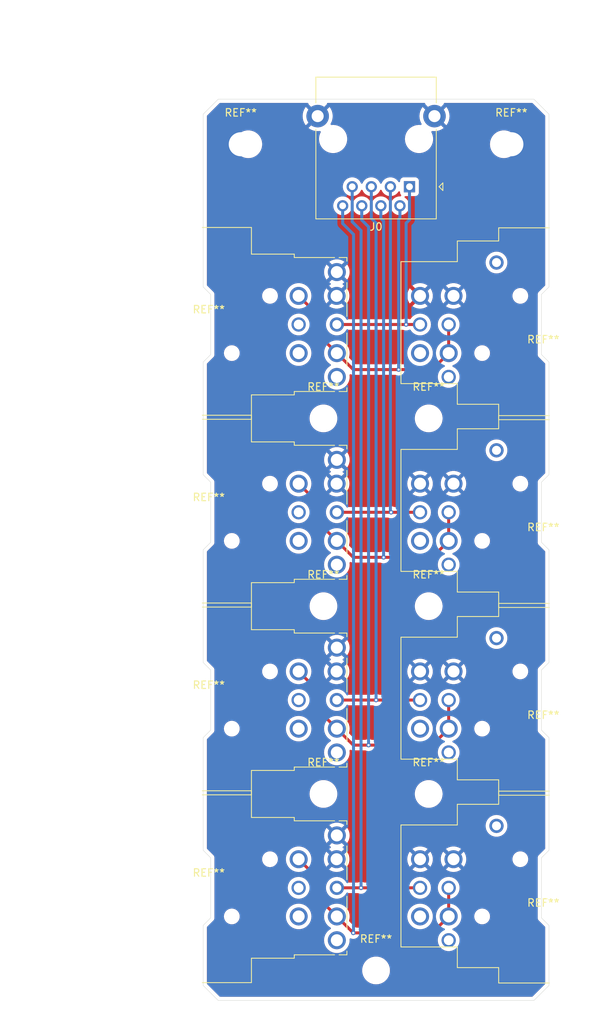
<source format=kicad_pcb>
(kicad_pcb (version 20240108) (generator "pcbnew") (generator_version "8.0")
  (layers (0 "F.Cu" signal) (31 "B.Cu" signal) (34 "B.Paste" user) (35 "F.Paste" user) (36 "B.SilkS" user "B.Silkscreen") (37 "F.SilkS" user "F.Silkscreen") (38 "B.Mask" user) (39 "F.Mask" user) (44 "Edge.Cuts" user))
  (net 0 "")
  (net 1 "DATA+ 4")
  (net 2 "DATA+ 3")
  (net 3 "DATA- 3")
  (net 4 "DATA+ 2")
  (net 5 "DATA- 2")
  (net 6 "DATA- 4")
  (net 7 "DATA- 1")
  (net 8 "DATA+ 1")
  (net 9 "GND")
  (footprint "MountingHole:MountingHole_3.2mm_M3" (layer "F.Cu") (at 7 42.5)
    (property "Reference" "REF**" (at 0 -4.2 0) (layer "F.SilkS"))
    (property "Value" "MountingHole_3.2mm_M3")
    (pad "" np_thru_hole circle (at 0 0) (size 3.2 3.2) (drill 3.2) (layers "*.Cu" "*.Mask"))
  )
  (footprint "PCM_kikit:Tab" (layer "F.Cu") (at -22 30)
    (property "Reference" "REF**" (at -0.25 -2 0) (layer "F.SilkS"))
    (property "Value" "Tab")
  )
  (footprint "XLR_3+5:Jack_XLR_Neutrik_NC3+5MAH_Horizontal" (layer "F.Cu") (at -23 30 180)
    (property "Reference" "J5" (hide yes))
    (property "Value" "XLR5" (hide yes))
    (fp_line (start 0.12 12.92) (end -6.42 12.92) (stroke (width 0.12)) (layer "F.SilkS"))
    (fp_line (start 0.12 -12.62) (end -6.42 -12.62) (stroke (width 0.12)) (layer "F.SilkS"))
    (fp_line (start -6.42 12.92) (end -6.42 9.37) (stroke (width 0.12)) (layer "F.SilkS"))
    (fp_line (start -6.42 9.37) (end -12.12 9.37) (stroke (width 0.12)) (layer "F.SilkS"))
    (fp_line (start -6.42 -9.37) (end -6.42 -12.62) (stroke (width 0.12)) (layer "F.SilkS"))
    (fp_line (start -6.42 -9.37) (end -12.12 -9.37) (stroke (width 0.12)) (layer "F.SilkS"))
    (fp_line (start -12.12 8.92) (end -12.12 9.37) (stroke (width 0.12)) (layer "F.SilkS"))
    (fp_line (start -12.12 8.92) (end -17.48 8.92) (stroke (width 0.12)) (layer "F.SilkS"))
    (fp_line (start -12.12 -8.92) (end -12.12 -9.37) (stroke (width 0.12)) (layer "F.SilkS"))
    (fp_line (start -12.12 -8.92) (end -17.48 -8.92) (stroke (width 0.12)) (layer "F.SilkS"))
    (fp_line (start -19.12 8.92) (end -18.08 8.92) (stroke (width 0.12)) (layer "F.SilkS"))
    (fp_line (start -19.12 8.92) (end -19.12 8.43) (stroke (width 0.12)) (layer "F.SilkS"))
    (fp_line (start -19.12 1.08) (end -19.12 5.58) (stroke (width 0.12)) (layer "F.SilkS"))
    (fp_line (start -19.12 -5.52) (end -19.12 -1.12) (stroke (width 0.12)) (layer "F.SilkS"))
    (fp_line (start -19.12 -8.42) (end -19.12 -8.92) (stroke (width 0.12)) (layer "F.SilkS"))
    (fp_line (start -19.12 -8.92) (end -18.08 -8.92) (stroke (width 0.12)) (layer "F.SilkS"))
    (pad "" np_thru_hole circle (at -8.89 3.81 180) (size 1.6 1.6) (drill 1.6) (layers "*.Cu" "*.Mask"))
    (pad "" np_thru_hole circle (at -3.81 -3.81 180) (size 1.6 1.6) (drill 1.6) (layers "*.Cu" "*.Mask"))
    (pad "1" thru_hole circle (at -17.78 6.98 180) (size 2.4 2.4) (drill 1.6) (layers "*.Cu" "*.Mask") (net 9 "GND"))
    (pad "1" thru_hole circle (at -17.75 3.81 180) (size 2.4 2.4) (drill 1.6) (layers "*.Cu" "*.Mask") (net 9 "GND"))
    (pad "2" thru_hole circle (at -17.78 -3.81 180) (size 2.4 2.4) (drill 1.6) (layers "*.Cu" "*.Mask") (net 7 "DATA- 1"))
    (pad "2" thru_hole circle (at -12.7 3.81 180) (size 2.4 2.4) (drill 1.6) (layers "*.Cu" "*.Mask") (net 7 "DATA- 1"))
    (pad "3" thru_hole circle (at -17.78 0 180) (size 1.9 1.9) (drill 1.2) (layers "*.Cu" "*.Mask") (net 8 "DATA+ 1"))
    (pad "4" thru_hole circle (at -12.7 -3.81 180) (size 2.4 2.4) (drill 1.6) (layers "*.Cu" "*.Mask"))
    (pad "5" thru_hole circle (at -17.78 -6.98 180) (size 2.4 2.4) (drill 1.6) (layers "*.Cu" "*.Mask"))
    (pad "G" thru_hole circle (at -12.7 0 180) (size 1.9 1.9) (drill 1.3) (layers "*.Cu" "*.Mask"))
  )
  (footprint "PCM_kikit:Tab" (layer "F.Cu") (at -22 80)
    (property "Reference" "REF**" (at -0.25 -2 0) (layer "F.SilkS"))
    (property "Value" "Tab")
  )
  (footprint "MountingHole:MountingHole_3.2mm_M3" (layer "F.Cu") (at -7 67.5)
    (property "Reference" "REF**" (at 0 -4.2 0) (layer "F.SilkS"))
    (property "Value" "MountingHole_3.2mm_M3")
    (pad "" np_thru_hole circle (at 0 0) (size 3.2 3.2) (drill 3.2) (layers "*.Cu" "*.Mask"))
  )
  (footprint "PCM_kikit:Tab" (layer "F.Cu") (at -22 55)
    (property "Reference" "REF**" (at -0.25 -2 0) (layer "F.SilkS"))
    (property "Value" "Tab")
  )
  (footprint "Connector_RJ:RJ45_Ninigi_GE" (layer "F.Cu") (at 4.445 11.655 180)
    (property "Reference" "J0" (at 4.445 -5.34 360) (layer "F.SilkS"))
    (property "Value" "8P8C_Shielded")
    (fp_line (start 12.455 14.59) (end -3.565 14.59) (stroke (width 0.12)) (layer "F.SilkS"))
    (fp_line (start 12.455 11.15) (end 12.455 14.59) (stroke (width 0.12)) (layer "F.SilkS"))
    (fp_line (start 12.455 -4.28) (end 12.455 7.65) (stroke (width 0.12)) (layer "F.SilkS"))
    (fp_line (start 12.455 -4.28) (end -3.565 -4.28) (stroke (width 0.12)) (layer "F.SilkS"))
    (fp_line (start -3.565 11.15) (end -3.565 14.59) (stroke (width 0.12)) (layer "F.SilkS"))
    (fp_line (start -3.565 -4.28) (end -3.565 7.65) (stroke (width 0.12)) (layer "F.SilkS"))
    (fp_line (start -3.933 0) (end -4.441 -0.508) (stroke (width 0.12)) (layer "F.SilkS"))
    (fp_line (start -4.441 0.508) (end -3.933 0) (stroke (width 0.12)) (layer "F.SilkS"))
    (fp_line (start -4.441 -0.508) (end -4.441 0.508) (stroke (width 0.12)) (layer "F.SilkS"))
    (pad "" np_thru_hole circle (at -1.27 6.35 180) (size 3.25 3.25) (drill 3.25) (layers "*.Cu" "*.Mask"))
    (pad "" np_thru_hole circle (at 10.16 6.35) (size 3.25 3.25) (drill 3.25) (layers "*.Cu" "*.Mask"))
    (pad "1" thru_hole rect (at 0 0) (size 1.5 1.5) (drill 0.9) (layers "*.Cu" "*.Mask") (net 8 "DATA+ 1"))
    (pad "2" thru_hole circle (at 1.27 -2.54) (size 1.5 1.5) (drill 0.9) (layers "*.Cu" "*.Mask") (net 7 "DATA- 1"))
    (pad "3" thru_hole circle (at 2.54 0) (size 1.5 1.5) (drill 0.9) (layers "*.Cu" "*.Mask") (net 4 "DATA+ 2"))
    (pad "4" thru_hole circle (at 3.81 -2.54) (size 1.5 1.5) (drill 0.9) (layers "*.Cu" "*.Mask") (net 5 "DATA- 2"))
    (pad "5" thru_hole circle (at 5.08 0) (size 1.5 1.5) (drill 0.9) (layers "*.Cu" "*.Mask") (net 2 "DATA+ 3"))
    (pad "6" thru_hole circle (at 6.35 -2.54) (size 1.5 1.5) (drill 0.9) (layers "*.Cu" "*.Mask") (net 3 "DATA- 3"))
    (pad "7" thru_hole circle (at 7.62 0) (size 1.5 1.5) (drill 0.9) (layers "*.Cu" "*.Mask") (net 1 "DATA+ 4"))
    (pad "8" thru_hole circle (at 8.89 -2.54) (size 1.5 1.5) (drill 0.9) (layers "*.Cu" "*.Mask") (net 6 "DATA- 4"))
    (pad "SH" thru_hole circle (at -3.325 9.4 180) (size 3 3) (drill 1.6) (layers "*.Cu" "*.Mask") (net 9 "GND"))
    (pad "SH" thru_hole circle (at 12.215 9.4) (size 3 3) (drill 1.6) (layers "*.Cu" "*.Mask") (net 9 "GND"))
  )
  (footprint "MountingHole:MountingHole_3.2mm_M3" (layer "F.Cu") (at -7 42.5)
    (property "Reference" "REF**" (at 0 -4.2 0) (layer "F.SilkS"))
    (property "Value" "MountingHole_3.2mm_M3")
    (pad "" np_thru_hole circle (at 0 0) (size 3.2 3.2) (drill 3.2) (layers "*.Cu" "*.Mask"))
  )
  (footprint "MountingHole:MountingHole_3.2mm_M3" (layer "F.Cu") (at 0 116)
    (property "Reference" "REF**" (at 0 -4.2 0) (layer "F.SilkS"))
    (property "Value" "MountingHole_3.2mm_M3")
    (pad "" np_thru_hole circle (at 0 0) (size 3.2 3.2) (drill 3.2) (layers "*.Cu" "*.Mask"))
  )
  (footprint "MountingHole:MountingHole_3.2mm_M3" (layer "F.Cu") (at 7 92.5)
    (property "Reference" "REF**" (at 0 -4.2 0) (layer "F.SilkS"))
    (property "Value" "MountingHole_3.2mm_M3")
    (pad "" np_thru_hole circle (at 0 0) (size 3.2 3.2) (drill 3.2) (layers "*.Cu" "*.Mask"))
  )
  (footprint "MountingHole:MountingHole_3.2mm_M3" (layer "F.Cu") (at -18 6)
    (property "Reference" "REF**" (at 0 -4.2 0) (layer "F.SilkS"))
    (property "Value" "MountingHole_3.2mm_M3")
    (pad "" np_thru_hole circle (at 0 0) (size 3.2 3.2) (drill 3.2) (layers "*.Cu" "*.Mask"))
  )
  (footprint "PCM_kikit:Tab" (layer "F.Cu") (at -22 105)
    (property "Reference" "REF**" (at -0.25 -2 0) (layer "F.SilkS"))
    (property "Value" "Tab")
  )
  (footprint "PCM_kikit:Tab" (layer "F.Cu") (at 22 55 180)
    (property "Reference" "REF**" (at -0.25 -2 360) (layer "F.SilkS"))
    (property "Value" "Tab")
  )
  (footprint "PCM_kikit:Tab" (layer "F.Cu") (at 22 80 180)
    (property "Reference" "REF**" (at -0.25 -2 360) (layer "F.SilkS"))
    (property "Value" "Tab")
  )
  (footprint "XLR_3+5:Jack_XLR_Neutrik_NC3+5MAH_Horizontal" (layer "F.Cu") (at -23 80 180)
    (property "Reference" "J7" (hide yes))
    (property "Value" "XLR5" (hide yes))
    (fp_line (start 0.12 12.92) (end -6.42 12.92) (stroke (width 0.12)) (layer "F.SilkS"))
    (fp_line (start 0.12 -12.62) (end -6.42 -12.62) (stroke (width 0.12)) (layer "F.SilkS"))
    (fp_line (start -6.42 12.92) (end -6.42 9.37) (stroke (width 0.12)) (layer "F.SilkS"))
    (fp_line (start -6.42 9.37) (end -12.12 9.37) (stroke (width 0.12)) (layer "F.SilkS"))
    (fp_line (start -6.42 -9.37) (end -6.42 -12.62) (stroke (width 0.12)) (layer "F.SilkS"))
    (fp_line (start -6.42 -9.37) (end -12.12 -9.37) (stroke (width 0.12)) (layer "F.SilkS"))
    (fp_line (start -12.12 8.92) (end -12.12 9.37) (stroke (width 0.12)) (layer "F.SilkS"))
    (fp_line (start -12.12 8.92) (end -17.48 8.92) (stroke (width 0.12)) (layer "F.SilkS"))
    (fp_line (start -12.12 -8.92) (end -12.12 -9.37) (stroke (width 0.12)) (layer "F.SilkS"))
    (fp_line (start -12.12 -8.92) (end -17.48 -8.92) (stroke (width 0.12)) (layer "F.SilkS"))
    (fp_line (start -19.12 8.92) (end -18.08 8.92) (stroke (width 0.12)) (layer "F.SilkS"))
    (fp_line (start -19.12 8.92) (end -19.12 8.43) (stroke (width 0.12)) (layer "F.SilkS"))
    (fp_line (start -19.12 1.08) (end -19.12 5.58) (stroke (width 0.12)) (layer "F.SilkS"))
    (fp_line (start -19.12 -5.52) (end -19.12 -1.12) (stroke (width 0.12)) (layer "F.SilkS"))
    (fp_line (start -19.12 -8.42) (end -19.12 -8.92) (stroke (width 0.12)) (layer "F.SilkS"))
    (fp_line (start -19.12 -8.92) (end -18.08 -8.92) (stroke (width 0.12)) (layer "F.SilkS"))
    (pad "" np_thru_hole circle (at -8.89 3.81 180) (size 1.6 1.6) (drill 1.6) (layers "*.Cu" "*.Mask"))
    (pad "" np_thru_hole circle (at -3.81 -3.81 180) (size 1.6 1.6) (drill 1.6) (layers "*.Cu" "*.Mask"))
    (pad "1" thru_hole circle (at -17.78 6.98 180) (size 2.4 2.4) (drill 1.6) (layers "*.Cu" "*.Mask") (net 9 "GND"))
    (pad "1" thru_hole circle (at -17.75 3.81 180) (size 2.4 2.4) (drill 1.6) (layers "*.Cu" "*.Mask") (net 9 "GND"))
    (pad "2" thru_hole circle (at -17.78 -3.81 180) (size 2.4 2.4) (drill 1.6) (layers "*.Cu" "*.Mask") (net 3 "DATA- 3"))
    (pad "2" thru_hole circle (at -12.7 3.81 180) (size 2.4 2.4) (drill 1.6) (layers "*.Cu" "*.Mask") (net 3 "DATA- 3"))
    (pad "3" thru_hole circle (at -17.78 0 180) (size 1.9 1.9) (drill 1.2) (layers "*.Cu" "*.Mask") (net 2 "DATA+ 3"))
    (pad "4" thru_hole circle (at -12.7 -3.81 180) (size 2.4 2.4) (drill 1.6) (layers "*.Cu" "*.Mask"))
    (pad "5" thru_hole circle (at -17.78 -6.98 180) (size 2.4 2.4) (drill 1.6) (layers "*.Cu" "*.Mask"))
    (pad "G" thru_hole circle (at -12.7 0 180) (size 1.9 1.9) (drill 1.3) (layers "*.Cu" "*.Mask"))
  )
  (footprint "XLR_3+5:Jack_XLR_Neutrik_NC3+5FAH2-0_Horizontal" (layer "F.Cu") (at 23 80)
    (property "Reference" "J3" (hide yes))
    (property "Value" "XLR5" (hide yes))
    (fp_line (start -19.69 -8.37) (end -19.69 7.87) (stroke (width 0.12)) (layer "F.SilkS"))
    (fp_line (start -12.19 -11.12) (end -12.19 -8.37) (stroke (width 0.12)) (layer "F.SilkS"))
    (fp_line (start -12.19 -8.37) (end -19.69 -8.37) (stroke (width 0.12)) (layer "F.SilkS"))
    (fp_line (start -12.19 7.87) (end -19.69 7.87) (stroke (width 0.12)) (layer "F.SilkS"))
    (fp_line (start -12.19 7.87) (end -12.19 10.62) (stroke (width 0.12)) (layer "F.SilkS"))
    (fp_line (start -6.69 -11.12) (end -12.19 -11.12) (stroke (width 0.12)) (layer "F.SilkS"))
    (fp_line (start -6.69 -11.12) (end -6.69 -12.87) (stroke (width 0.12)) (layer "F.SilkS"))
    (fp_line (start -6.69 10.62) (end -12.19 10.62) (stroke (width 0.12)) (layer "F.SilkS"))
    (fp_line (start -6.69 12.67) (end -6.69 10.62) (stroke (width 0.12)) (layer "F.SilkS"))
    (fp_line (start 0.05 -12.87) (end -6.69 -12.87) (stroke (width 0.12)) (layer "F.SilkS"))
    (fp_line (start 0.05 12.67) (end -6.69 12.67) (stroke (width 0.12)) (layer "F.SilkS"))
    (pad "" np_thru_hole circle (at -8.89 3.81) (size 1.6 1.6) (drill 1.6) (layers "*.Cu" "*.Mask"))
    (pad "" np_thru_hole circle (at -3.81 -3.81) (size 1.6 1.6) (drill 1.6) (layers "*.Cu" "*.Mask"))
    (pad "1" thru_hole circle (at -17.15 -3.81) (size 2.4 2.4) (drill 1.6) (layers "*.Cu" "*.Mask") (net 9 "GND"))
    (pad "1" thru_hole circle (at -12.7 -3.81) (size 2.4 2.4) (drill 1.6) (layers "*.Cu" "*.Mask") (net 9 "GND"))
    (pad "2" thru_hole circle (at -13.34 0) (size 1.9 1.9) (drill 1.3) (layers "*.Cu" "*.Mask") (net 3 "DATA- 3"))
    (pad "2" thru_hole circle (at -13.34 3.81) (size 2.4 2.4) (drill 1.6) (layers "*.Cu" "*.Mask") (net 3 "DATA- 3"))
    (pad "3" thru_hole circle (at -17.15 0) (size 1.9 1.9) (drill 1.3) (layers "*.Cu" "*.Mask") (net 2 "DATA+ 3"))
    (pad "4" thru_hole circle (at -13.34 6.98) (size 1.9 1.9) (drill 1.3) (layers "*.Cu" "*.Mask"))
    (pad "5" thru_hole circle (at -17.15 3.81) (size 2.4 2.4) (drill 1.6) (layers "*.Cu" "*.Mask"))
    (pad "G" thru_hole circle (at -6.98 -8.25) (size 1.9 1.9) (drill 1.2) (layers "*.Cu" "*.Mask"))
  )
  (footprint "PCM_kikit:Tab" (layer "F.Cu") (at 22 105 180)
    (property "Reference" "REF**" (at -0.25 -2 360) (layer "F.SilkS"))
    (property "Value" "Tab")
  )
  (footprint "XLR_3+5:Jack_XLR_Neutrik_NC3+5MAH_Horizontal" (layer "F.Cu") (at -23 55 180)
    (property "Reference" "J6" (hide yes))
    (property "Value" "XLR5" (hide yes))
    (fp_line (start 0.12 12.92) (end -6.42 12.92) (stroke (width 0.12)) (layer "F.SilkS"))
    (fp_line (start 0.12 -12.62) (end -6.42 -12.62) (stroke (width 0.12)) (layer "F.SilkS"))
    (fp_line (start -6.42 12.92) (end -6.42 9.37) (stroke (width 0.12)) (layer "F.SilkS"))
    (fp_line (start -6.42 9.37) (end -12.12 9.37) (stroke (width 0.12)) (layer "F.SilkS"))
    (fp_line (start -6.42 -9.37) (end -6.42 -12.62) (stroke (width 0.12)) (layer "F.SilkS"))
    (fp_line (start -6.42 -9.37) (end -12.12 -9.37) (stroke (width 0.12)) (layer "F.SilkS"))
    (fp_line (start -12.12 8.92) (end -12.12 9.37) (stroke (width 0.12)) (layer "F.SilkS"))
    (fp_line (start -12.12 8.92) (end -17.48 8.92) (stroke (width 0.12)) (layer "F.SilkS"))
    (fp_line (start -12.12 -8.92) (end -12.12 -9.37) (stroke (width 0.12)) (layer "F.SilkS"))
    (fp_line (start -12.12 -8.92) (end -17.48 -8.92) (stroke (width 0.12)) (layer "F.SilkS"))
    (fp_line (start -19.12 8.92) (end -18.08 8.92) (stroke (width 0.12)) (layer "F.SilkS"))
    (fp_line (start -19.12 8.92) (end -19.12 8.43) (stroke (width 0.12)) (layer "F.SilkS"))
    (fp_line (start -19.12 1.08) (end -19.12 5.58) (stroke (width 0.12)) (layer "F.SilkS"))
    (fp_line (start -19.12 -5.52) (end -19.12 -1.12) (stroke (width 0.12)) (layer "F.SilkS"))
    (fp_line (start -19.12 -8.42) (end -19.12 -8.92) (stroke (width 0.12)) (layer "F.SilkS"))
    (fp_line (start -19.12 -8.92) (end -18.08 -8.92) (stroke (width 0.12)) (layer "F.SilkS"))
    (pad "" np_thru_hole circle (at -8.89 3.81 180) (size 1.6 1.6) (drill 1.6) (layers "*.Cu" "*.Mask"))
    (pad "" np_thru_hole circle (at -3.81 -3.81 180) (size 1.6 1.6) (drill 1.6) (layers "*.Cu" "*.Mask"))
    (pad "1" thru_hole circle (at -17.78 6.98 180) (size 2.4 2.4) (drill 1.6) (layers "*.Cu" "*.Mask") (net 9 "GND"))
    (pad "1" thru_hole circle (at -17.75 3.81 180) (size 2.4 2.4) (drill 1.6) (layers "*.Cu" "*.Mask") (net 9 "GND"))
    (pad "2" thru_hole circle (at -17.78 -3.81 180) (size 2.4 2.4) (drill 1.6) (layers "*.Cu" "*.Mask") (net 5 "DATA- 2"))
    (pad "2" thru_hole circle (at -12.7 3.81 180) (size 2.4 2.4) (drill 1.6) (layers "*.Cu" "*.Mask") (net 5 "DATA- 2"))
    (pad "3" thru_hole circle (at -17.78 0 180) (size 1.9 1.9) (drill 1.2) (layers "*.Cu" "*.Mask") (net 4 "DATA+ 2"))
    (pad "4" thru_hole circle (at -12.7 -3.81 180) (size 2.4 2.4) (drill 1.6) (layers "*.Cu" "*.Mask"))
    (pad "5" thru_hole circle (at -17.78 -6.98 180) (size 2.4 2.4) (drill 1.6) (layers "*.Cu" "*.Mask"))
    (pad "G" thru_hole circle (at -12.7 0 180) (size 1.9 1.9) (drill 1.3) (layers "*.Cu" "*.Mask"))
  )
  (footprint "XLR_3+5:Jack_XLR_Neutrik_NC3+5FAH2-0_Horizontal" (layer "F.Cu") (at 23 55)
    (property "Reference" "J2" (hide yes))
    (property "Value" "XLR5" (hide yes))
    (fp_line (start -19.69 -8.37) (end -19.69 7.87) (stroke (width 0.12)) (layer "F.SilkS"))
    (fp_line (start -12.19 -11.12) (end -12.19 -8.37) (stroke (width 0.12)) (layer "F.SilkS"))
    (fp_line (start -12.19 -8.37) (end -19.69 -8.37) (stroke (width 0.12)) (layer "F.SilkS"))
    (fp_line (start -12.19 7.87) (end -19.69 7.87) (stroke (width 0.12)) (layer "F.SilkS"))
    (fp_line (start -12.19 7.87) (end -12.19 10.62) (stroke (width 0.12)) (layer "F.SilkS"))
    (fp_line (start -6.69 -11.12) (end -12.19 -11.12) (stroke (width 0.12)) (layer "F.SilkS"))
    (fp_line (start -6.69 -11.12) (end -6.69 -12.87) (stroke (width 0.12)) (layer "F.SilkS"))
    (fp_line (start -6.69 10.62) (end -12.19 10.62) (stroke (width 0.12)) (layer "F.SilkS"))
    (fp_line (start -6.69 12.67) (end -6.69 10.62) (stroke (width 0.12)) (layer "F.SilkS"))
    (fp_line (start 0.05 -12.87) (end -6.69 -12.87) (stroke (width 0.12)) (layer "F.SilkS"))
    (fp_line (start 0.05 12.67) (end -6.69 12.67) (stroke (width 0.12)) (layer "F.SilkS"))
    (pad "" np_thru_hole circle (at -8.89 3.81) (size 1.6 1.6) (drill 1.6) (layers "*.Cu" "*.Mask"))
    (pad "" np_thru_hole circle (at -3.81 -3.81) (size 1.6 1.6) (drill 1.6) (layers "*.Cu" "*.Mask"))
    (pad "1" thru_hole circle (at -17.15 -3.81) (size 2.4 2.4) (drill 1.6) (layers "*.Cu" "*.Mask") (net 9 "GND"))
    (pad "1" thru_hole circle (at -12.7 -3.81) (size 2.4 2.4) (drill 1.6) (layers "*.Cu" "*.Mask") (net 9 "GND"))
    (pad "2" thru_hole circle (at -13.34 0) (size 1.9 1.9) (drill 1.3) (layers "*.Cu" "*.Mask") (net 5 "DATA- 2"))
    (pad "2" thru_hole circle (at -13.34 3.81) (size 2.4 2.4) (drill 1.6) (layers "*.Cu" "*.Mask") (net 5 "DATA- 2"))
    (pad "3" thru_hole circle (at -17.15 0) (size 1.9 1.9) (drill 1.3) (layers "*.Cu" "*.Mask") (net 4 "DATA+ 2"))
    (pad "4" thru_hole circle (at -13.34 6.98) (size 1.9 1.9) (drill 1.3) (layers "*.Cu" "*.Mask"))
    (pad "5" thru_hole circle (at -17.15 3.81) (size 2.4 2.4) (drill 1.6) (layers "*.Cu" "*.Mask"))
    (pad "G" thru_hole circle (at -6.98 -8.25) (size 1.9 1.9) (drill 1.2) (layers "*.Cu" "*.Mask"))
  )
  (footprint "XLR_3+5:Jack_XLR_Neutrik_NC3+5FAH2-0_Horizontal" (layer "F.Cu") (at 23 30)
    (property "Reference" "J1" (hide yes))
    (property "Value" "XLR5" (hide yes))
    (fp_line (start -19.69 -8.37) (end -19.69 7.87) (stroke (width 0.12)) (layer "F.SilkS"))
    (fp_line (start -12.19 -11.12) (end -12.19 -8.37) (stroke (width 0.12)) (layer "F.SilkS"))
    (fp_line (start -12.19 -8.37) (end -19.69 -8.37) (stroke (width 0.12)) (layer "F.SilkS"))
    (fp_line (start -12.19 7.87) (end -19.69 7.87) (stroke (width 0.12)) (layer "F.SilkS"))
    (fp_line (start -12.19 7.87) (end -12.19 10.62) (stroke (width 0.12)) (layer "F.SilkS"))
    (fp_line (start -6.69 -11.12) (end -12.19 -11.12) (stroke (width 0.12)) (layer "F.SilkS"))
    (fp_line (start -6.69 -11.12) (end -6.69 -12.87) (stroke (width 0.12)) (layer "F.SilkS"))
    (fp_line (start -6.69 10.62) (end -12.19 10.62) (stroke (width 0.12)) (layer "F.SilkS"))
    (fp_line (start -6.69 12.67) (end -6.69 10.62) (stroke (width 0.12)) (layer "F.SilkS"))
    (fp_line (start 0.05 -12.87) (end -6.69 -12.87) (stroke (width 0.12)) (layer "F.SilkS"))
    (fp_line (start 0.05 12.67) (end -6.69 12.67) (stroke (width 0.12)) (layer "F.SilkS"))
    (pad "" np_thru_hole circle (at -8.89 3.81) (size 1.6 1.6) (drill 1.6) (layers "*.Cu" "*.Mask"))
    (pad "" np_thru_hole circle (at -3.81 -3.81) (size 1.6 1.6) (drill 1.6) (layers "*.Cu" "*.Mask"))
    (pad "1" thru_hole circle (at -17.15 -3.81) (size 2.4 2.4) (drill 1.6) (layers "*.Cu" "*.Mask") (net 9 "GND"))
    (pad "1" thru_hole circle (at -12.7 -3.81) (size 2.4 2.4) (drill 1.6) (layers "*.Cu" "*.Mask") (net 9 "GND"))
    (pad "2" thru_hole circle (at -13.34 0) (size 1.9 1.9) (drill 1.3) (layers "*.Cu" "*.Mask") (net 7 "DATA- 1"))
    (pad "2" thru_hole circle (at -13.34 3.81) (size 2.4 2.4) (drill 1.6) (layers "*.Cu" "*.Mask") (net 7 "DATA- 1"))
    (pad "3" thru_hole circle (at -17.15 0) (size 1.9 1.9) (drill 1.3) (layers "*.Cu" "*.Mask") (net 8 "DATA+ 1"))
    (pad "4" thru_hole circle (at -13.34 6.98) (size 1.9 1.9) (drill 1.3) (layers "*.Cu" "*.Mask"))
    (pad "5" thru_hole circle (at -17.15 3.81) (size 2.4 2.4) (drill 1.6) (layers "*.Cu" "*.Mask"))
    (pad "G" thru_hole circle (at -6.98 -8.25) (size 1.9 1.9) (drill 1.2) (layers "*.Cu" "*.Mask"))
  )
  (footprint "XLR_3+5:Jack_XLR_Neutrik_NC3+5MAH_Horizontal" (layer "F.Cu") (at -23 105 180)
    (property "Reference" "J8" (hide yes))
    (property "Value" "XLR5" (hide yes))
    (fp_line (start 0.12 12.92) (end -6.42 12.92) (stroke (width 0.12)) (layer "F.SilkS"))
    (fp_line (start 0.12 -12.62) (end -6.42 -12.62) (stroke (width 0.12)) (layer "F.SilkS"))
    (fp_line (start -6.42 12.92) (end -6.42 9.37) (stroke (width 0.12)) (layer "F.SilkS"))
    (fp_line (start -6.42 9.37) (end -12.12 9.37) (stroke (width 0.12)) (layer "F.SilkS"))
    (fp_line (start -6.42 -9.37) (end -6.42 -12.62) (stroke (width 0.12)) (layer "F.SilkS"))
    (fp_line (start -6.42 -9.37) (end -12.12 -9.37) (stroke (width 0.12)) (layer "F.SilkS"))
    (fp_line (start -12.12 8.92) (end -12.12 9.37) (stroke (width 0.12)) (layer "F.SilkS"))
    (fp_line (start -12.12 8.92) (end -17.48 8.92) (stroke (width 0.12)) (layer "F.SilkS"))
    (fp_line (start -12.12 -8.92) (end -12.12 -9.37) (stroke (width 0.12)) (layer "F.SilkS"))
    (fp_line (start -12.12 -8.92) (end -17.48 -8.92) (stroke (width 0.12)) (layer "F.SilkS"))
    (fp_line (start -19.12 8.92) (end -18.08 8.92) (stroke (width 0.12)) (layer "F.SilkS"))
    (fp_line (start -19.12 8.92) (end -19.12 8.43) (stroke (width 0.12)) (layer "F.SilkS"))
    (fp_line (start -19.12 1.08) (end -19.12 5.58) (stroke (width 0.12)) (layer "F.SilkS"))
    (fp_line (start -19.12 -5.52) (end -19.12 -1.12) (stroke (width 0.12)) (layer "F.SilkS"))
    (fp_line (start -19.12 -8.42) (end -19.12 -8.92) (stroke (width 0.12)) (layer "F.SilkS"))
    (fp_line (start -19.12 -8.92) (end -18.08 -8.92) (stroke (width 0.12)) (layer "F.SilkS"))
    (pad "" np_thru_hole circle (at -8.89 3.81 180) (size 1.6 1.6) (drill 1.6) (layers "*.Cu" "*.Mask"))
    (pad "" np_thru_hole circle (at -3.81 -3.81 180) (size 1.6 1.6) (drill 1.6) (layers "*.Cu" "*.Mask"))
    (pad "1" thru_hole circle (at -17.78 6.98 180) (size 2.4 2.4) (drill 1.6) (layers "*.Cu" "*.Mask") (net 9 "GND"))
    (pad "1" thru_hole circle (at -17.75 3.81 180) (size 2.4 2.4) (drill 1.6) (layers "*.Cu" "*.Mask") (net 9 "GND"))
    (pad "2" thru_hole circle (at -17.78 -3.81 180) (size 2.4 2.4) (drill 1.6) (layers "*.Cu" "*.Mask") (net 6 "DATA- 4"))
    (pad "2" thru_hole circle (at -12.7 3.81 180) (size 2.4 2.4) (drill 1.6) (layers "*.Cu" "*.Mask") (net 6 "DATA- 4"))
    (pad "3" thru_hole circle (at -17.78 0 180) (size 1.9 1.9) (drill 1.2) (layers "*.Cu" "*.Mask") (net 1 "DATA+ 4"))
    (pad "4" thru_hole circle (at -12.7 -3.81 180) (size 2.4 2.4) (drill 1.6) (layers "*.Cu" "*.Mask"))
    (pad "5" thru_hole circle (at -17.78 -6.98 180) (size 2.4 2.4) (drill 1.6) (layers "*.Cu" "*.Mask"))
    (pad "G" thru_hole circle (at -12.7 0 180) (size 1.9 1.9) (drill 1.3) (layers "*.Cu" "*.Mask"))
  )
  (footprint "XLR_3+5:Jack_XLR_Neutrik_NC3+5FAH2-0_Horizontal" (layer "F.Cu") (at 23 105)
    (property "Reference" "J4" (hide yes))
    (property "Value" "XLR5" (hide yes))
    (fp_line (start -19.69 -8.37) (end -19.69 7.87) (stroke (width 0.12)) (layer "F.SilkS"))
    (fp_line (start -12.19 -11.12) (end -12.19 -8.37) (stroke (width 0.12)) (layer "F.SilkS"))
    (fp_line (start -12.19 -8.37) (end -19.69 -8.37) (stroke (width 0.12)) (layer "F.SilkS"))
    (fp_line (start -12.19 7.87) (end -19.69 7.87) (stroke (width 0.12)) (layer "F.SilkS"))
    (fp_line (start -12.19 7.87) (end -12.19 10.62) (stroke (width 0.12)) (layer "F.SilkS"))
    (fp_line (start -6.69 -11.12) (end -12.19 -11.12) (stroke (width 0.12)) (layer "F.SilkS"))
    (fp_line (start -6.69 -11.12) (end -6.69 -12.87) (stroke (width 0.12)) (layer "F.SilkS"))
    (fp_line (start -6.69 10.62) (end -12.19 10.62) (stroke (width 0.12)) (layer "F.SilkS"))
    (fp_line (start -6.69 12.67) (end -6.69 10.62) (stroke (width 0.12)) (layer "F.SilkS"))
    (fp_line (start 0.05 -12.87) (end -6.69 -12.87) (stroke (width 0.12)) (layer "F.SilkS"))
    (fp_line (start 0.05 12.67) (end -6.69 12.67) (stroke (width 0.12)) (layer "F.SilkS"))
    (pad "" np_thru_hole circle (at -8.89 3.81) (size 1.6 1.6) (drill 1.6) (layers "*.Cu" "*.Mask"))
    (pad "" np_thru_hole circle (at -3.81 -3.81) (size 1.6 1.6) (drill 1.6) (layers "*.Cu" "*.Mask"))
    (pad "1" thru_hole circle (at -17.15 -3.81) (size 2.4 2.4) (drill 1.6) (layers "*.Cu" "*.Mask") (net 9 "GND"))
    (pad "1" thru_hole circle (at -12.7 -3.81) (size 2.4 2.4) (drill 1.6) (layers "*.Cu" "*.Mask") (net 9 "GND"))
    (pad "2" thru_hole circle (at -13.34 0) (size 1.9 1.9) (drill 1.3) (layers "*.Cu" "*.Mask") (net 6 "DATA- 4"))
    (pad "2" thru_hole circle (at -13.34 3.81) (size 2.4 2.4) (drill 1.6) (layers "*.Cu" "*.Mask") (net 6 "DATA- 4"))
    (pad "3" thru_hole circle (at -17.15 0) (size 1.9 1.9) (drill 1.3) (layers "*.Cu" "*.Mask") (net 1 "DATA+ 4"))
    (pad "4" thru_hole circle (at -13.34 6.98) (size 1.9 1.9) (drill 1.3) (layers "*.Cu" "*.Mask"))
    (pad "5" thru_hole circle (at -17.15 3.81) (size 2.4 2.4) (drill 1.6) (layers "*.Cu" "*.Mask"))
    (pad "G" thru_hole circle (at -6.98 -8.25) (size 1.9 1.9) (drill 1.2) (layers "*.Cu" "*.Mask"))
  )
  (footprint "PCM_kikit:Tab" (layer "F.Cu") (at 22 30 180)
    (property "Reference" "REF**" (at -0.25 -2 360) (layer "F.SilkS"))
    (property "Value" "Tab")
  )
  (footprint "MountingHole:MountingHole_3.2mm_M3" (layer "F.Cu") (at 18 6)
    (property "Reference" "REF**" (at 0 -4.2 0) (layer "F.SilkS"))
    (property "Value" "MountingHole_3.2mm_M3")
    (pad "" np_thru_hole circle (at 0 0) (size 3.2 3.2) (drill 3.2) (layers "*.Cu" "*.Mask"))
  )
  (footprint "MountingHole:MountingHole_3.2mm_M3" (layer "F.Cu") (at 7 67.5)
    (property "Reference" "REF**" (at 0 -4.2 0) (layer "F.SilkS"))
    (property "Value" "MountingHole_3.2mm_M3")
    (pad "" np_thru_hole circle (at 0 0) (size 3.2 3.2) (drill 3.2) (layers "*.Cu" "*.Mask"))
  )
  (footprint "MountingHole:MountingHole_3.2mm_M3" (layer "F.Cu") (at -7 92.5)
    (property "Reference" "REF**" (at 0 -4.2 0) (layer "F.SilkS"))
    (property "Value" "MountingHole_3.2mm_M3")
    (pad "" np_thru_hole circle (at 0 0) (size 3.2 3.2) (drill 3.2) (layers "*.Cu" "*.Mask"))
  )
  (gr_poly (pts (xy -21 0) (xy -23 2) (xy -23 25) (xy -22 26) (xy -22 34) (xy -23 35) (xy -23 50) (xy -22 51) (xy -22 59) (xy -23 60) (xy -23 75) (xy -22 76) (xy -22 84) (xy -23 85) (xy -23 100) (xy -22 101) (xy -22 109) (xy -23 110) (xy -23 118) (xy -21 120) (xy 21 120) (xy 23 118) (xy 23 110) (xy 22 109) (xy 22 101) (xy 23 100) (xy 23 85) (xy 22 84) (xy 22 76) (xy 23 75) (xy 23 60) (xy 22 59) (xy 22 51) (xy 23 50) (xy 23 35) (xy 22 34) (xy 22 26) (xy 23 25) (xy 23 2) (xy 21 0)) (stroke (width 0.05)) (fill none) (layer "Edge.Cuts"))
  (segment (start -5.22 105) (end -2 105) (width 0.4) (layer "F.Cu") (net 1))
  (segment (start -2 105) (end 5.85 105) (width 0.4) (layer "F.Cu") (net 1))
  (via (at -2 105) (size 0.6) (drill 0.3) (layers "F.Cu" "B.Cu") (net 1))
  (segment (start -3.175 16.325) (end -3.175 11.655) (width 0.4) (layer "B.Cu") (net 1))
  (segment (start -2 105) (end -2 17.5) (width 0.4) (layer "B.Cu") (net 1))
  (segment (start -2 17.5) (end -3.175 16.325) (width 0.4) (layer "B.Cu") (net 1))
  (segment (start 0 80) (end 5.85 80) (width 0.4) (layer "F.Cu") (net 2))
  (segment (start -5.22 80) (end 0 80) (width 0.4) (layer "F.Cu") (net 2))
  (via (at 0 80) (size 0.6) (drill 0.3) (layers "F.Cu" "B.Cu") (net 2))
  (segment (start 0 80) (end 0 16.5) (width 0.4) (layer "B.Cu") (net 2))
  (segment (start 0 16.5) (end -0.635 15.865) (width 0.4) (layer "B.Cu") (net 2))
  (segment (start -0.635 15.865) (end -0.635 11.655) (width 0.4) (layer "B.Cu") (net 2))
  (segment (start -8 81.03) (end -5.22 83.81) (width 0.4) (layer "F.Cu") (net 3))
  (segment (start -3.03 86) (end -5.22 83.81) (width 0.4) (layer "F.Cu") (net 3))
  (segment (start 7.47 86) (end 9.66 83.81) (width 0.4) (layer "F.Cu") (net 3))
  (segment (start 9.66 83.81) (end 9.66 80) (width 0.4) (layer "F.Cu") (net 3))
  (segment (start -1 86) (end 7.47 86) (width 0.4) (layer "F.Cu") (net 3))
  (segment (start -10.3 76.19) (end -8 78.49) (width 0.4) (layer "F.Cu") (net 3))
  (segment (start -8 78.49) (end -8 81.03) (width 0.4) (layer "F.Cu") (net 3))
  (segment (start -1 86) (end -3.03 86) (width 0.4) (layer "F.Cu") (net 3))
  (via (at -1 86) (size 0.6) (drill 0.3) (layers "F.Cu" "B.Cu") (net 3))
  (segment (start -1 17) (end -1.905 16.095) (width 0.4) (layer "B.Cu") (net 3))
  (segment (start -1 86) (end -1 17) (width 0.4) (layer "B.Cu") (net 3))
  (segment (start -1.905 16.095) (end -1.905 14.195) (width 0.4) (layer "B.Cu") (net 3))
  (segment (start -5.22 55) (end 2 55) (width 0.4) (layer "F.Cu") (net 4))
  (segment (start 2 55) (end 5.85 55) (width 0.4) (layer "F.Cu") (net 4))
  (via (at 2 55) (size 0.6) (drill 0.3) (layers "F.Cu" "B.Cu") (net 4))
  (segment (start 1.905 54.905) (end 1.905 11.655) (width 0.4) (layer "B.Cu") (net 4))
  (segment (start 2 55) (end 1.905 54.905) (width 0.4) (layer "B.Cu") (net 4))
  (segment (start -8 53.49) (end -10.3 51.19) (width 0.4) (layer "F.Cu") (net 5))
  (segment (start 9.66 55) (end 9.66 58.81) (width 0.4) (layer "F.Cu") (net 5))
  (segment (start -5.22 58.81) (end -8 56.03) (width 0.4) (layer "F.Cu") (net 5))
  (segment (start 1 61) (end -3.03 61) (width 0.4) (layer "F.Cu") (net 5))
  (segment (start -8 56.03) (end -8 53.49) (width 0.4) (layer "F.Cu") (net 5))
  (segment (start 7.47 61) (end 9.66 58.81) (width 0.4) (layer "F.Cu") (net 5))
  (segment (start 1 61) (end 7.47 61) (width 0.4) (layer "F.Cu") (net 5))
  (segment (start -3.03 61) (end -5.22 58.81) (width 0.4) (layer "F.Cu") (net 5))
  (via (at 1 61) (size 0.6) (drill 0.3) (layers "F.Cu" "B.Cu") (net 5))
  (segment (start 0.635 15.865) (end 0.635 14.195) (width 0.4) (layer "B.Cu") (net 5))
  (segment (start 1 61) (end 1 16.23) (width 0.4) (layer "B.Cu") (net 5))
  (segment (start 1 16.23) (end 0.635 15.865) (width 0.4) (layer "B.Cu") (net 5))
  (segment (start -8 103.49) (end -10.3 101.19) (width 0.4) (layer "F.Cu") (net 6))
  (segment (start -3.03 111) (end -5.22 108.81) (width 0.4) (layer "F.Cu") (net 6))
  (segment (start -8 106.03) (end -8 103.49) (width 0.4) (layer "F.Cu") (net 6))
  (segment (start -5.22 108.81) (end -8 106.03) (width 0.4) (layer "F.Cu") (net 6))
  (segment (start 9.66 108.81) (end 7.47 111) (width 0.4) (layer "F.Cu") (net 6))
  (segment (start 7.47 111) (end -3.03 111) (width 0.4) (layer "F.Cu") (net 6))
  (segment (start 9.66 105) (end 9.66 108.81) (width 0.4) (layer "F.Cu") (net 6))
  (via (at -3.03 111) (size 0.6) (drill 0.3) (layers "F.Cu" "B.Cu") (net 6))
  (segment (start -3 110.97) (end -3.03 111) (width 0.4) (layer "B.Cu") (net 6))
  (segment (start -4.445 16.555) (end -3 18) (width 0.4) (layer "B.Cu") (net 6))
  (segment (start -4.445 14.195) (end -4.445 16.555) (width 0.4) (layer "B.Cu") (net 6))
  (segment (start -3 18) (end -3 110.97) (width 0.4) (layer "B.Cu") (net 6))
  (segment (start -8 31.03) (end -8 28.49) (width 0.4) (layer "F.Cu") (net 7))
  (segment (start 9.66 30) (end 9.66 33.81) (width 0.4) (layer "F.Cu") (net 7))
  (segment (start -8 28.49) (end -10.3 26.19) (width 0.4) (layer "F.Cu") (net 7))
  (segment (start 7.47 36) (end 9.66 33.81) (width 0.4) (layer "F.Cu") (net 7))
  (segment (start -3.03 36) (end 7.47 36) (width 0.4) (layer "F.Cu") (net 7))
  (segment (start -5.22 33.81) (end -8 31.03) (width 0.4) (layer "F.Cu") (net 7))
  (segment (start -5.22 33.81) (end -3.03 36) (width 0.4) (layer "F.Cu") (net 7))
  (via (at 3 36) (size 0.6) (drill 0.3) (layers "F.Cu" "B.Cu") (net 7))
  (segment (start 3.175 15.825) (end 3.175 14.195) (width 0.4) (layer "B.Cu") (net 7))
  (segment (start 3 16) (end 3.175 15.825) (width 0.4) (layer "B.Cu") (net 7))
  (segment (start 3 36) (end 3 16) (width 0.4) (layer "B.Cu") (net 7))
  (segment (start 4 30) (end -5.22 30) (width 0.4) (layer "F.Cu") (net 8))
  (segment (start 5.85 30) (end 4 30) (width 0.4) (layer "F.Cu") (net 8))
  (via (at 4 30) (size 0.6) (drill 0.3) (layers "F.Cu" "B.Cu") (net 8))
  (segment (start 4 30) (end 4 16.5) (width 0.4) (layer "B.Cu") (net 8))
  (segment (start 4.445 16.055) (end 4.445 11.655) (width 0.4) (layer "B.Cu") (net 8))
  (segment (start 4 16.5) (end 4.445 16.055) (width 0.4) (layer "B.Cu") (net 8))
  (zone (net 9) (net_name "GND") (layers "F&B.Cu") (name "GND") (connect_pads (clearance 0.5)) (min_thickness 0.25) (fill yes (thermal_gap 0.5) (thermal_bridge_width 0.5))
    (polygon (pts (xy -26 -3) (xy 26 -3) (xy 29 0) (xy 29 120) (xy 26 123) (xy -26 123) (xy -29 120) (xy -29 0)))
  )
)
</source>
